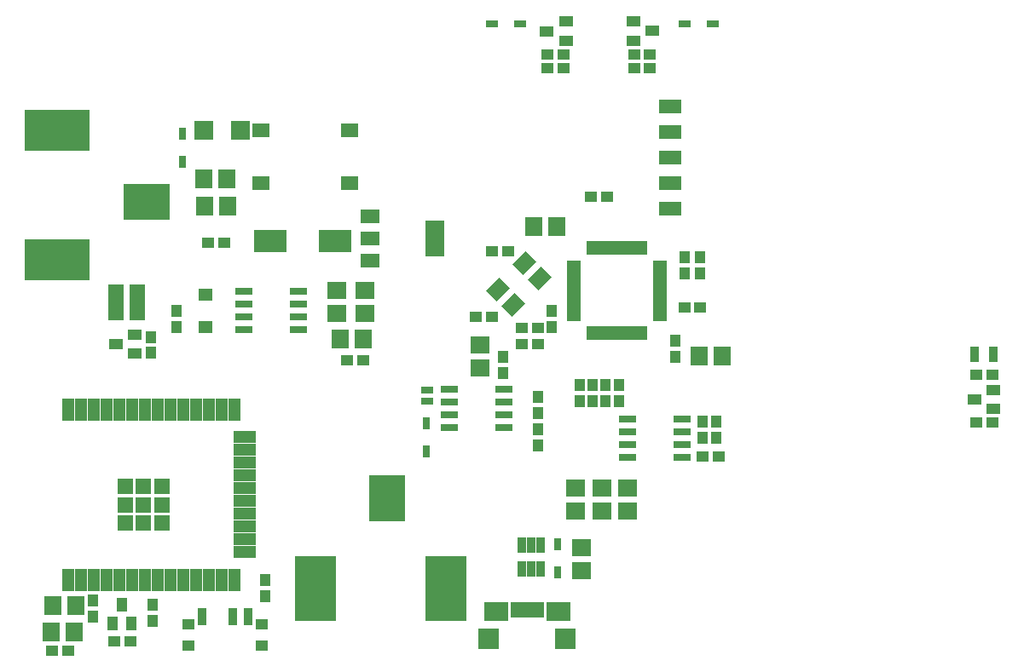
<source format=gtp>
G04*
G04 #@! TF.GenerationSoftware,Altium Limited,Altium Designer,22.8.2 (66)*
G04*
G04 Layer_Color=8421504*
%FSLAX25Y25*%
%MOIN*%
G70*
G04*
G04 #@! TF.SameCoordinates,CEF463C0-22AA-4E03-8404-DDFA2DAA14BC*
G04*
G04*
G04 #@! TF.FilePolarity,Positive*
G04*
G01*
G75*
%ADD20R,0.04800X0.04100*%
%ADD21R,0.04100X0.04800*%
%ADD22R,0.03165X0.05134*%
%ADD23R,0.04937X0.02969*%
G04:AMPARAMS|DCode=24|XSize=72.99mil|YSize=59.21mil|CornerRadius=0mil|HoleSize=0mil|Usage=FLASHONLY|Rotation=225.000|XOffset=0mil|YOffset=0mil|HoleType=Round|Shape=Rectangle|*
%AMROTATEDRECTD24*
4,1,4,0.00487,0.04674,0.04674,0.00487,-0.00487,-0.04674,-0.04674,-0.00487,0.00487,0.04674,0.0*
%
%ADD24ROTATEDRECTD24*%

%ADD25R,0.06906X0.02969*%
%ADD26R,0.04543X0.08874*%
%ADD27R,0.08874X0.04543*%
%ADD28R,0.06236X0.06236*%
%ADD29R,0.03362X0.06354*%
%ADD30R,0.05724X0.02181*%
%ADD31R,0.02181X0.05724*%
%ADD32R,0.07299X0.13992*%
%ADD33R,0.07299X0.05724*%
%ADD34R,0.04937X0.04150*%
%ADD35R,0.03756X0.06906*%
%ADD36R,0.05331X0.04150*%
%ADD37R,0.04150X0.05331*%
%ADD38R,0.08480X0.08087*%
%ADD39R,0.09268X0.07299*%
%ADD40R,0.02575X0.06315*%
%ADD41R,0.06118X0.14386*%
%ADD42R,0.08874X0.05331*%
%ADD43R,0.13992X0.18323*%
%ADD44R,0.16354X0.25410*%
%ADD45R,0.25410X0.16354*%
%ADD46R,0.18323X0.13992*%
%ADD47R,0.07299X0.07299*%
%ADD48R,0.03756X0.06118*%
%ADD49R,0.05134X0.03165*%
%ADD50R,0.05803X0.04602*%
%ADD51R,0.07693X0.06512*%
%ADD52R,0.06512X0.07693*%
%ADD53R,0.12811X0.08874*%
%ADD54R,0.07102X0.05724*%
D20*
X198819Y183071D02*
D03*
X205119D02*
D03*
X394488Y134646D02*
D03*
X388188D02*
D03*
X388189Y116142D02*
D03*
X394489D02*
D03*
X287402Y102756D02*
D03*
X281102D02*
D03*
X51181Y30315D02*
D03*
X57481D02*
D03*
X274015Y161024D02*
D03*
X280315D02*
D03*
X243701Y204331D02*
D03*
X237401D02*
D03*
X210629Y153150D02*
D03*
X216929D02*
D03*
X226772Y254724D02*
D03*
X220472D02*
D03*
X226772Y260236D02*
D03*
X220472D02*
D03*
X254331Y260275D02*
D03*
X260631D02*
D03*
X260630Y254724D02*
D03*
X254330D02*
D03*
X87795Y186614D02*
D03*
X94095D02*
D03*
X26772Y26772D02*
D03*
X33072D02*
D03*
X210547Y146776D02*
D03*
X216847D02*
D03*
X192519Y157480D02*
D03*
X198819D02*
D03*
X142126Y140551D02*
D03*
X148426D02*
D03*
D21*
X66142Y44882D02*
D03*
Y38582D02*
D03*
X75590Y159843D02*
D03*
Y153543D02*
D03*
X286614Y110235D02*
D03*
Y116535D02*
D03*
X233071Y124409D02*
D03*
Y130709D02*
D03*
X238189Y124409D02*
D03*
Y130709D02*
D03*
X243307Y124409D02*
D03*
Y130709D02*
D03*
X65354Y143307D02*
D03*
Y149607D02*
D03*
X110236Y48031D02*
D03*
Y54331D02*
D03*
X42913Y40157D02*
D03*
Y46457D02*
D03*
X248425Y130709D02*
D03*
Y124409D02*
D03*
X216929Y107086D02*
D03*
Y113386D02*
D03*
Y125985D02*
D03*
Y119685D02*
D03*
X203150Y135602D02*
D03*
Y141902D02*
D03*
X281102Y110236D02*
D03*
Y116536D02*
D03*
X222047Y159843D02*
D03*
Y153543D02*
D03*
X270472Y148032D02*
D03*
Y141732D02*
D03*
X280315Y174409D02*
D03*
Y180709D02*
D03*
X274016Y174409D02*
D03*
Y180709D02*
D03*
D22*
X77953Y218110D02*
D03*
Y229134D02*
D03*
X173228Y104724D02*
D03*
Y115748D02*
D03*
X224410Y57480D02*
D03*
Y68504D02*
D03*
D23*
X173622Y124409D02*
D03*
Y128740D02*
D03*
D24*
X207218Y162156D02*
D03*
X217518Y172457D02*
D03*
X201093Y168281D02*
D03*
X211393Y178581D02*
D03*
D25*
X182087Y129154D02*
D03*
X203346Y129154D02*
D03*
Y114154D02*
D03*
Y119153D02*
D03*
Y124153D02*
D03*
X182087Y114154D02*
D03*
Y119153D02*
D03*
Y124153D02*
D03*
X251772Y112343D02*
D03*
Y107343D02*
D03*
Y102342D02*
D03*
X273031Y112343D02*
D03*
Y107343D02*
D03*
Y102342D02*
D03*
Y117342D02*
D03*
X251772Y117342D02*
D03*
X123031Y157343D02*
D03*
Y162343D02*
D03*
Y167342D02*
D03*
X101772Y157343D02*
D03*
Y162343D02*
D03*
Y167342D02*
D03*
Y152342D02*
D03*
X123031Y152342D02*
D03*
D26*
X33071Y54331D02*
D03*
X38071D02*
D03*
X43071D02*
D03*
X48071D02*
D03*
X53071D02*
D03*
X58071D02*
D03*
X63071D02*
D03*
X68071D02*
D03*
X73071D02*
D03*
X78071D02*
D03*
X83071D02*
D03*
X88071D02*
D03*
X93071D02*
D03*
X98071D02*
D03*
Y121260D02*
D03*
X93071D02*
D03*
X88071D02*
D03*
X83071D02*
D03*
X78071D02*
D03*
X73071D02*
D03*
X68071D02*
D03*
X63071D02*
D03*
X58071D02*
D03*
X53071D02*
D03*
X48071D02*
D03*
X43071D02*
D03*
X38071D02*
D03*
X33071D02*
D03*
D27*
X102008Y65295D02*
D03*
Y70295D02*
D03*
Y75295D02*
D03*
Y80295D02*
D03*
Y85295D02*
D03*
Y90295D02*
D03*
Y95295D02*
D03*
Y100295D02*
D03*
Y105295D02*
D03*
Y110295D02*
D03*
D28*
X55374Y76634D02*
D03*
Y83858D02*
D03*
Y91083D02*
D03*
X62598Y76634D02*
D03*
Y83858D02*
D03*
Y91083D02*
D03*
X69823Y76634D02*
D03*
Y83858D02*
D03*
Y91083D02*
D03*
D29*
X217913Y68012D02*
D03*
X214173D02*
D03*
X210433D02*
D03*
Y58760D02*
D03*
X214173D02*
D03*
X217913D02*
D03*
D30*
X230906Y178543D02*
D03*
Y158858D02*
D03*
Y160827D02*
D03*
Y162795D02*
D03*
Y164764D02*
D03*
Y166732D02*
D03*
Y168701D02*
D03*
Y170669D02*
D03*
Y172638D02*
D03*
Y174606D02*
D03*
Y176575D02*
D03*
Y156890D02*
D03*
X264370D02*
D03*
Y158858D02*
D03*
Y160827D02*
D03*
Y162795D02*
D03*
Y164764D02*
D03*
Y166732D02*
D03*
Y168701D02*
D03*
Y170669D02*
D03*
Y172638D02*
D03*
Y174606D02*
D03*
Y176575D02*
D03*
Y178543D02*
D03*
D31*
X236811Y150984D02*
D03*
X256496D02*
D03*
X254528D02*
D03*
X252559D02*
D03*
X250591D02*
D03*
X248622D02*
D03*
X246654D02*
D03*
X244685D02*
D03*
X242717D02*
D03*
X240748D02*
D03*
X238779D02*
D03*
X258465D02*
D03*
X258465Y184449D02*
D03*
X254528D02*
D03*
X252559D02*
D03*
X250590D02*
D03*
X248622D02*
D03*
X246654D02*
D03*
X244685D02*
D03*
X242717D02*
D03*
X240748D02*
D03*
X238779D02*
D03*
X256496D02*
D03*
X236811D02*
D03*
D32*
X176378Y188189D02*
D03*
D33*
X151181Y179528D02*
D03*
Y188189D02*
D03*
Y196850D02*
D03*
D34*
X108858Y28937D02*
D03*
Y37205D02*
D03*
X80118Y28937D02*
D03*
Y37205D02*
D03*
D35*
X103347Y39961D02*
D03*
X97441D02*
D03*
X85630D02*
D03*
D36*
X394843Y128937D02*
D03*
X387402Y125197D02*
D03*
X394843Y121457D02*
D03*
X59232Y143110D02*
D03*
X51791Y146850D02*
D03*
X59232Y150591D02*
D03*
X227736Y265551D02*
D03*
X220295Y269291D02*
D03*
X227736Y273031D02*
D03*
X254154Y273059D02*
D03*
X261595Y269319D02*
D03*
X254154Y265579D02*
D03*
D37*
X50394Y37402D02*
D03*
X54134Y44842D02*
D03*
X57874Y37402D02*
D03*
D38*
X227559Y31496D02*
D03*
X197638D02*
D03*
D39*
X224803Y42234D02*
D03*
X200394D02*
D03*
D40*
X207480Y42717D02*
D03*
X210039D02*
D03*
X212598D02*
D03*
X215158D02*
D03*
X217717D02*
D03*
D41*
X60039Y162992D02*
D03*
X51772D02*
D03*
D42*
X268504Y239685D02*
D03*
Y229685D02*
D03*
Y219685D02*
D03*
Y209685D02*
D03*
Y199685D02*
D03*
D43*
X157874Y86417D02*
D03*
D44*
X180709Y51181D02*
D03*
X129921D02*
D03*
D45*
X28740Y230512D02*
D03*
Y179724D02*
D03*
D46*
X63976Y202559D02*
D03*
D47*
X86221Y230315D02*
D03*
X100394Y230315D02*
D03*
D48*
X394882Y142913D02*
D03*
X387402D02*
D03*
D49*
X274016Y272272D02*
D03*
X285039D02*
D03*
X209842D02*
D03*
X198819D02*
D03*
D50*
X86752Y166266D02*
D03*
Y153372D02*
D03*
D51*
X194095Y146402D02*
D03*
Y137402D02*
D03*
X251969Y81327D02*
D03*
Y90327D02*
D03*
X231496Y81327D02*
D03*
Y90327D02*
D03*
X241732D02*
D03*
Y81327D02*
D03*
X233858Y67098D02*
D03*
Y58098D02*
D03*
X149213Y158886D02*
D03*
Y167886D02*
D03*
X138189Y158886D02*
D03*
Y167886D02*
D03*
D52*
X27220Y44488D02*
D03*
X36220D02*
D03*
X26433Y34252D02*
D03*
X35433D02*
D03*
X224185Y192913D02*
D03*
X215185D02*
D03*
X288752Y142126D02*
D03*
X279752D02*
D03*
X95445Y200787D02*
D03*
X86445D02*
D03*
X95051Y211417D02*
D03*
X86051D02*
D03*
X148425Y148819D02*
D03*
X139425D02*
D03*
D53*
X137402Y187008D02*
D03*
X112205D02*
D03*
D54*
X108661Y209823D02*
D03*
Y230335D02*
D03*
X143307Y209823D02*
D03*
Y230335D02*
D03*
M02*

</source>
